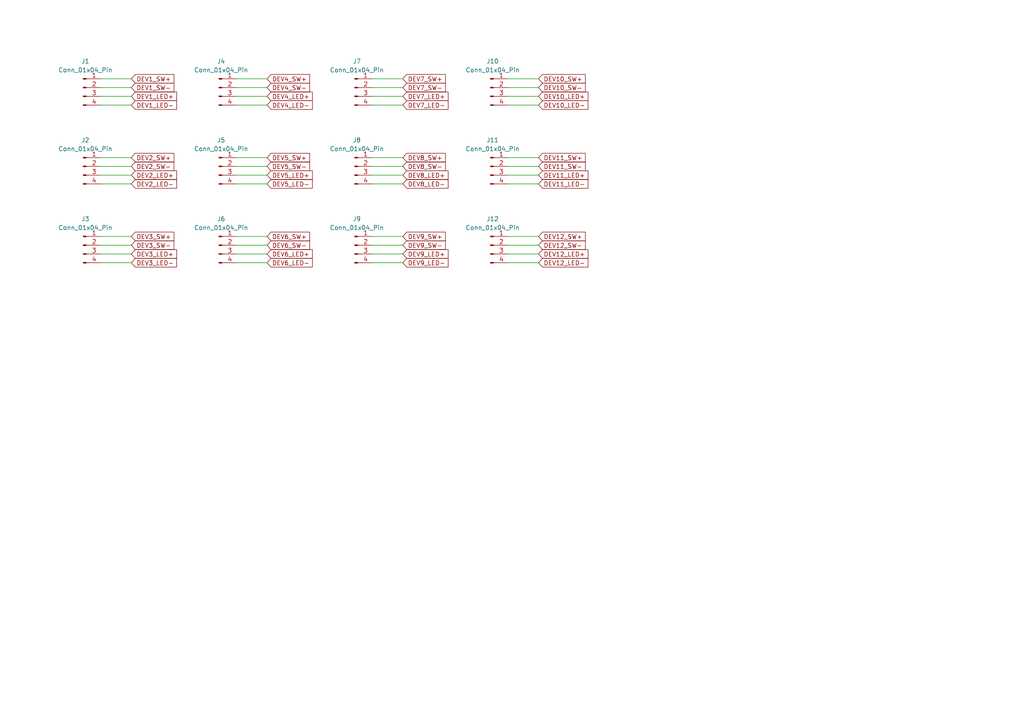
<source format=kicad_sch>
(kicad_sch (version 20230121) (generator eeschema)
  (paper "A4")
  (title_block (title "mqtt-power-control-interface") (date "2023-08-28") (rev "1.1.0"))
  (lib_symbols
    (symbol "Connector:Conn_01x04_Pin" (pin_names (offset 1.016) hide)
      (property "Reference" "J" (at 0 5.08 0))
      (property "Value" "Conn_01x04_Pin" (at 0 -7.62 0))
      (symbol "Conn_01x04_Pin_1_1"
        (polyline (pts (xy 1.27 -5.08) (xy 0.8636 -5.08)) (stroke (width 0.1524)))
        (polyline (pts (xy 1.27 -2.54) (xy 0.8636 -2.54)) (stroke (width 0.1524)))
        (polyline (pts (xy 1.27 0) (xy 0.8636 0)) (stroke (width 0.1524)))
        (polyline (pts (xy 1.27 2.54) (xy 0.8636 2.54)) (stroke (width 0.1524)))
        (rectangle (start 0.8636 -4.953) (end 0 -5.207) (stroke (width 0.1524)) (fill (type outline)))
        (rectangle (start 0.8636 -2.413) (end 0 -2.667) (stroke (width 0.1524)) (fill (type outline)))
        (rectangle (start 0.8636 0.127) (end 0 -0.127) (stroke (width 0.1524)) (fill (type outline)))
        (rectangle (start 0.8636 2.667) (end 0 2.413) (stroke (width 0.1524)) (fill (type outline)))
        (pin passive line (at 5.08 2.54 180) (length 3.81) (name "Pin_1") (number "1"))
        (pin passive line (at 5.08 0 180) (length 3.81) (name "Pin_2") (number "2"))
        (pin passive line (at 5.08 -2.54 180) (length 3.81) (name "Pin_3") (number "3"))
        (pin passive line (at 5.08 -5.08 180) (length 3.81) (name "Pin_4") (number "4"))
      )
    )
  )
  (wire (pts (xy 107.95 25.4) (xy 116.84 25.4)))
  (wire (pts (xy 147.32 45.72) (xy 156.21 45.72)))
  (wire (pts (xy 29.21 25.4) (xy 38.1 25.4)))
  (wire (pts (xy 147.32 73.66) (xy 156.21 73.66)))
  (wire (pts (xy 107.95 73.66) (xy 116.84 73.66)))
  (wire (pts (xy 107.95 22.86) (xy 116.84 22.86)))
  (wire (pts (xy 29.21 71.12) (xy 38.1 71.12)))
  (wire (pts (xy 147.32 76.2) (xy 156.21 76.2)))
  (wire (pts (xy 147.32 27.94) (xy 156.21 27.94)))
  (wire (pts (xy 147.32 48.26) (xy 156.21 48.26)))
  (wire (pts (xy 147.32 22.86) (xy 156.21 22.86)))
  (wire (pts (xy 29.21 48.26) (xy 38.1 48.26)))
  (wire (pts (xy 29.21 45.72) (xy 38.1 45.72)))
  (wire (pts (xy 107.95 53.34) (xy 116.84 53.34)))
  (wire (pts (xy 29.21 68.58) (xy 38.1 68.58)))
  (wire (pts (xy 68.58 71.12) (xy 77.47 71.12)))
  (wire (pts (xy 29.21 30.48) (xy 38.1 30.48)))
  (wire (pts (xy 107.95 68.58) (xy 116.84 68.58)))
  (wire (pts (xy 107.95 48.26) (xy 116.84 48.26)))
  (wire (pts (xy 107.95 27.94) (xy 116.84 27.94)))
  (wire (pts (xy 68.58 53.34) (xy 77.47 53.34)))
  (wire (pts (xy 29.21 73.66) (xy 38.1 73.66)))
  (wire (pts (xy 107.95 76.2) (xy 116.84 76.2)))
  (wire (pts (xy 107.95 71.12) (xy 116.84 71.12)))
  (wire (pts (xy 29.21 27.94) (xy 38.1 27.94)))
  (wire (pts (xy 68.58 76.2) (xy 77.47 76.2)))
  (wire (pts (xy 147.32 30.48) (xy 156.21 30.48)))
  (wire (pts (xy 147.32 68.58) (xy 156.21 68.58)))
  (wire (pts (xy 29.21 22.86) (xy 38.1 22.86)))
  (wire (pts (xy 68.58 45.72) (xy 77.47 45.72)))
  (wire (pts (xy 107.95 50.8) (xy 116.84 50.8)))
  (wire (pts (xy 29.21 76.2) (xy 38.1 76.2)))
  (wire (pts (xy 68.58 30.48) (xy 77.47 30.48)))
  (wire (pts (xy 147.32 25.4) (xy 156.21 25.4)))
  (wire (pts (xy 68.58 25.4) (xy 77.47 25.4)))
  (wire (pts (xy 29.21 53.34) (xy 38.1 53.34)))
  (wire (pts (xy 68.58 27.94) (xy 77.47 27.94)))
  (wire (pts (xy 68.58 22.86) (xy 77.47 22.86)))
  (wire (pts (xy 68.58 50.8) (xy 77.47 50.8)))
  (wire (pts (xy 147.32 71.12) (xy 156.21 71.12)))
  (wire (pts (xy 68.58 73.66) (xy 77.47 73.66)))
  (wire (pts (xy 147.32 53.34) (xy 156.21 53.34)))
  (wire (pts (xy 68.58 48.26) (xy 77.47 48.26)))
  (wire (pts (xy 147.32 50.8) (xy 156.21 50.8)))
  (wire (pts (xy 107.95 30.48) (xy 116.84 30.48)))
  (wire (pts (xy 68.58 68.58) (xy 77.47 68.58)))
  (wire (pts (xy 29.21 50.8) (xy 38.1 50.8)))
  (wire (pts (xy 107.95 45.72) (xy 116.84 45.72)))
  (global_label "DEV1_SW+" (shape input) (at 38.1 22.86 0) (property "Intersheetrefs" "${INTERSHEET_REFS}" (effects hide)))
  (global_label "DEV4_LED+" (shape input) (at 77.47 27.94 0) (property "Intersheetrefs" "${INTERSHEET_REFS}" (effects hide)))
  (global_label "DEV7_LED+" (shape input) (at 116.84 27.94 0) (property "Intersheetrefs" "${INTERSHEET_REFS}" (effects hide)))
  (global_label "DEV12_SW+" (shape input) (at 156.21 68.58 0) (property "Intersheetrefs" "${INTERSHEET_REFS}" (effects hide)))
  (global_label "DEV3_SW+" (shape input) (at 38.1 68.58 0) (property "Intersheetrefs" "${INTERSHEET_REFS}" (effects hide)))
  (global_label "DEV7_LED-" (shape input) (at 116.84 30.48 0) (property "Intersheetrefs" "${INTERSHEET_REFS}" (effects hide)))
  (global_label "DEV7_SW+" (shape input) (at 116.84 22.86 0) (property "Intersheetrefs" "${INTERSHEET_REFS}" (effects hide)))
  (global_label "DEV12_SW-" (shape input) (at 156.21 71.12 0) (property "Intersheetrefs" "${INTERSHEET_REFS}" (effects hide)))
  (global_label "DEV6_SW+" (shape input) (at 77.47 68.58 0) (property "Intersheetrefs" "${INTERSHEET_REFS}" (effects hide)))
  (global_label "DEV9_SW+" (shape input) (at 116.84 68.58 0) (property "Intersheetrefs" "${INTERSHEET_REFS}" (effects hide)))
  (global_label "DEV10_LED+" (shape input) (at 156.21 27.94 0) (property "Intersheetrefs" "${INTERSHEET_REFS}" (effects hide)))
  (global_label "DEV11_LED+" (shape input) (at 156.21 50.8 0) (property "Intersheetrefs" "${INTERSHEET_REFS}" (effects hide)))
  (global_label "DEV2_LED+" (shape input) (at 38.1 50.8 0) (property "Intersheetrefs" "${INTERSHEET_REFS}" (effects hide)))
  (global_label "DEV11_SW-" (shape input) (at 156.21 48.26 0) (property "Intersheetrefs" "${INTERSHEET_REFS}" (effects hide)))
  (global_label "DEV11_SW+" (shape input) (at 156.21 45.72 0) (property "Intersheetrefs" "${INTERSHEET_REFS}" (effects hide)))
  (global_label "DEV9_LED-" (shape input) (at 116.84 76.2 0) (property "Intersheetrefs" "${INTERSHEET_REFS}" (effects hide)))
  (global_label "DEV2_SW+" (shape input) (at 38.1 45.72 0) (property "Intersheetrefs" "${INTERSHEET_REFS}" (effects hide)))
  (global_label "DEV1_SW-" (shape input) (at 38.1 25.4 0) (property "Intersheetrefs" "${INTERSHEET_REFS}" (effects hide)))
  (global_label "DEV1_LED+" (shape input) (at 38.1 27.94 0) (property "Intersheetrefs" "${INTERSHEET_REFS}" (effects hide)))
  (global_label "DEV12_LED-" (shape input) (at 156.21 76.2 0) (property "Intersheetrefs" "${INTERSHEET_REFS}" (effects hide)))
  (global_label "DEV4_SW+" (shape input) (at 77.47 22.86 0) (property "Intersheetrefs" "${INTERSHEET_REFS}" (effects hide)))
  (global_label "DEV5_SW-" (shape input) (at 77.47 48.26 0) (property "Intersheetrefs" "${INTERSHEET_REFS}" (effects hide)))
  (global_label "DEV6_SW-" (shape input) (at 77.47 71.12 0) (property "Intersheetrefs" "${INTERSHEET_REFS}" (effects hide)))
  (global_label "DEV12_LED+" (shape input) (at 156.21 73.66 0) (property "Intersheetrefs" "${INTERSHEET_REFS}" (effects hide)))
  (global_label "DEV6_LED+" (shape input) (at 77.47 73.66 0) (property "Intersheetrefs" "${INTERSHEET_REFS}" (effects hide)))
  (global_label "DEV3_LED+" (shape input) (at 38.1 73.66 0) (property "Intersheetrefs" "${INTERSHEET_REFS}" (effects hide)))
  (global_label "DEV3_LED-" (shape input) (at 38.1 76.2 0) (property "Intersheetrefs" "${INTERSHEET_REFS}" (effects hide)))
  (global_label "DEV2_LED-" (shape input) (at 38.1 53.34 0) (property "Intersheetrefs" "${INTERSHEET_REFS}" (effects hide)))
  (global_label "DEV5_LED-" (shape input) (at 77.47 53.34 0) (property "Intersheetrefs" "${INTERSHEET_REFS}" (effects hide)))
  (global_label "DEV10_SW-" (shape input) (at 156.21 25.4 0) (property "Intersheetrefs" "${INTERSHEET_REFS}" (effects hide)))
  (global_label "DEV10_LED-" (shape input) (at 156.21 30.48 0) (property "Intersheetrefs" "${INTERSHEET_REFS}" (effects hide)))
  (global_label "DEV5_SW+" (shape input) (at 77.47 45.72 0) (property "Intersheetrefs" "${INTERSHEET_REFS}" (effects hide)))
  (global_label "DEV8_SW-" (shape input) (at 116.84 48.26 0) (property "Intersheetrefs" "${INTERSHEET_REFS}" (effects hide)))
  (global_label "DEV4_SW-" (shape input) (at 77.47 25.4 0) (property "Intersheetrefs" "${INTERSHEET_REFS}" (effects hide)))
  (global_label "DEV4_LED-" (shape input) (at 77.47 30.48 0) (property "Intersheetrefs" "${INTERSHEET_REFS}" (effects hide)))
  (global_label "DEV1_LED-" (shape input) (at 38.1 30.48 0) (property "Intersheetrefs" "${INTERSHEET_REFS}" (effects hide)))
  (global_label "DEV11_LED-" (shape input) (at 156.21 53.34 0) (property "Intersheetrefs" "${INTERSHEET_REFS}" (effects hide)))
  (global_label "DEV9_LED+" (shape input) (at 116.84 73.66 0) (property "Intersheetrefs" "${INTERSHEET_REFS}" (effects hide)))
  (global_label "DEV8_LED-" (shape input) (at 116.84 53.34 0) (property "Intersheetrefs" "${INTERSHEET_REFS}" (effects hide)))
  (global_label "DEV6_LED-" (shape input) (at 77.47 76.2 0) (property "Intersheetrefs" "${INTERSHEET_REFS}" (effects hide)))
  (global_label "DEV5_LED+" (shape input) (at 77.47 50.8 0) (property "Intersheetrefs" "${INTERSHEET_REFS}" (effects hide)))
  (global_label "DEV10_SW+" (shape input) (at 156.21 22.86 0) (property "Intersheetrefs" "${INTERSHEET_REFS}" (effects hide)))
  (global_label "DEV9_SW-" (shape input) (at 116.84 71.12 0) (property "Intersheetrefs" "${INTERSHEET_REFS}" (effects hide)))
  (global_label "DEV2_SW-" (shape input) (at 38.1 48.26 0) (property "Intersheetrefs" "${INTERSHEET_REFS}" (effects hide)))
  (global_label "DEV8_SW+" (shape input) (at 116.84 45.72 0) (property "Intersheetrefs" "${INTERSHEET_REFS}" (effects hide)))
  (global_label "DEV8_LED+" (shape input) (at 116.84 50.8 0) (property "Intersheetrefs" "${INTERSHEET_REFS}" (effects hide)))
  (global_label "DEV3_SW-" (shape input) (at 38.1 71.12 0) (property "Intersheetrefs" "${INTERSHEET_REFS}" (effects hide)))
  (global_label "DEV7_SW-" (shape input) (at 116.84 25.4 0) (property "Intersheetrefs" "${INTERSHEET_REFS}" (effects hide)))
  (symbol (lib_id "Connector:Conn_01x04_Pin") (at 24.13 25.4 0) (unit 1) (in_bom no)
    (property "Reference" "J1" (at 24.765 17.78 0))
    (property "Value" "Conn_01x04_Pin" (at 24.765 20.32 0))
    (property "Footprint" "Connector_Molex:Molex_KK-254_AE-6410-04A_1x04_P2.54mm_Vertical" (effects hide))
  )
  (symbol (lib_id "Connector:Conn_01x04_Pin") (at 63.5 25.4 0) (unit 1) (in_bom no)
    (property "Reference" "J4" (at 64.135 17.78 0))
    (property "Value" "Conn_01x04_Pin" (at 64.135 20.32 0))
    (property "Footprint" "Connector_Molex:Molex_KK-254_AE-6410-04A_1x04_P2.54mm_Vertical" (effects hide))
  )
  (symbol (lib_id "Connector:Conn_01x04_Pin") (at 63.5 71.12 0) (unit 1) (in_bom no)
    (property "Reference" "J6" (at 64.135 63.5 0))
    (property "Value" "Conn_01x04_Pin" (at 64.135 66.04 0))
    (property "Footprint" "Connector_Molex:Molex_KK-254_AE-6410-04A_1x04_P2.54mm_Vertical" (effects hide))
  )
  (symbol (lib_id "Connector:Conn_01x04_Pin") (at 142.24 25.4 0) (unit 1) (in_bom no)
    (property "Reference" "J10" (at 142.875 17.78 0))
    (property "Value" "Conn_01x04_Pin" (at 142.875 20.32 0))
    (property "Footprint" "Connector_Molex:Molex_KK-254_AE-6410-04A_1x04_P2.54mm_Vertical" (effects hide))
  )
  (symbol (lib_id "Connector:Conn_01x04_Pin") (at 102.87 25.4 0) (unit 1) (in_bom no)
    (property "Reference" "J7" (at 103.505 17.78 0))
    (property "Value" "Conn_01x04_Pin" (at 103.505 20.32 0))
    (property "Footprint" "Connector_Molex:Molex_KK-254_AE-6410-04A_1x04_P2.54mm_Vertical" (effects hide))
  )
  (symbol (lib_id "Connector:Conn_01x04_Pin") (at 63.5 48.26 0) (unit 1) (in_bom no)
    (property "Reference" "J5" (at 64.135 40.64 0))
    (property "Value" "Conn_01x04_Pin" (at 64.135 43.18 0))
    (property "Footprint" "Connector_Molex:Molex_KK-254_AE-6410-04A_1x04_P2.54mm_Vertical" (effects hide))
  )
  (symbol (lib_id "Connector:Conn_01x04_Pin") (at 24.13 71.12 0) (unit 1) (in_bom no)
    (property "Reference" "J3" (at 24.765 63.5 0))
    (property "Value" "Conn_01x04_Pin" (at 24.765 66.04 0))
    (property "Footprint" "Connector_Molex:Molex_KK-254_AE-6410-04A_1x04_P2.54mm_Vertical" (effects hide))
  )
  (symbol (lib_id "Connector:Conn_01x04_Pin") (at 102.87 48.26 0) (unit 1) (in_bom no)
    (property "Reference" "J8" (at 103.505 40.64 0))
    (property "Value" "Conn_01x04_Pin" (at 103.505 43.18 0))
    (property "Footprint" "Connector_Molex:Molex_KK-254_AE-6410-04A_1x04_P2.54mm_Vertical" (effects hide))
  )
  (symbol (lib_id "Connector:Conn_01x04_Pin") (at 102.87 71.12 0) (unit 1) (in_bom no)
    (property "Reference" "J9" (at 103.505 63.5 0))
    (property "Value" "Conn_01x04_Pin" (at 103.505 66.04 0))
    (property "Footprint" "Connector_Molex:Molex_KK-254_AE-6410-04A_1x04_P2.54mm_Vertical" (effects hide))
  )
  (symbol (lib_id "Connector:Conn_01x04_Pin") (at 142.24 71.12 0) (unit 1) (in_bom no)
    (property "Reference" "J12" (at 142.875 63.5 0))
    (property "Value" "Conn_01x04_Pin" (at 142.875 66.04 0))
    (property "Footprint" "Connector_Molex:Molex_KK-254_AE-6410-04A_1x04_P2.54mm_Vertical" (effects hide))
  )
  (symbol (lib_id "Connector:Conn_01x04_Pin") (at 142.24 48.26 0) (unit 1) (in_bom no)
    (property "Reference" "J11" (at 142.875 40.64 0))
    (property "Value" "Conn_01x04_Pin" (at 142.875 43.18 0))
    (property "Footprint" "Connector_Molex:Molex_KK-254_AE-6410-04A_1x04_P2.54mm_Vertical" (effects hide))
  )
  (symbol (lib_id "Connector:Conn_01x04_Pin") (at 24.13 48.26 0) (unit 1) (in_bom no)
    (property "Reference" "J2" (at 24.765 40.64 0))
    (property "Value" "Conn_01x04_Pin" (at 24.765 43.18 0))
    (property "Footprint" "Connector_Molex:Molex_KK-254_AE-6410-04A_1x04_P2.54mm_Vertical" (effects hide))
  )
)
</source>
